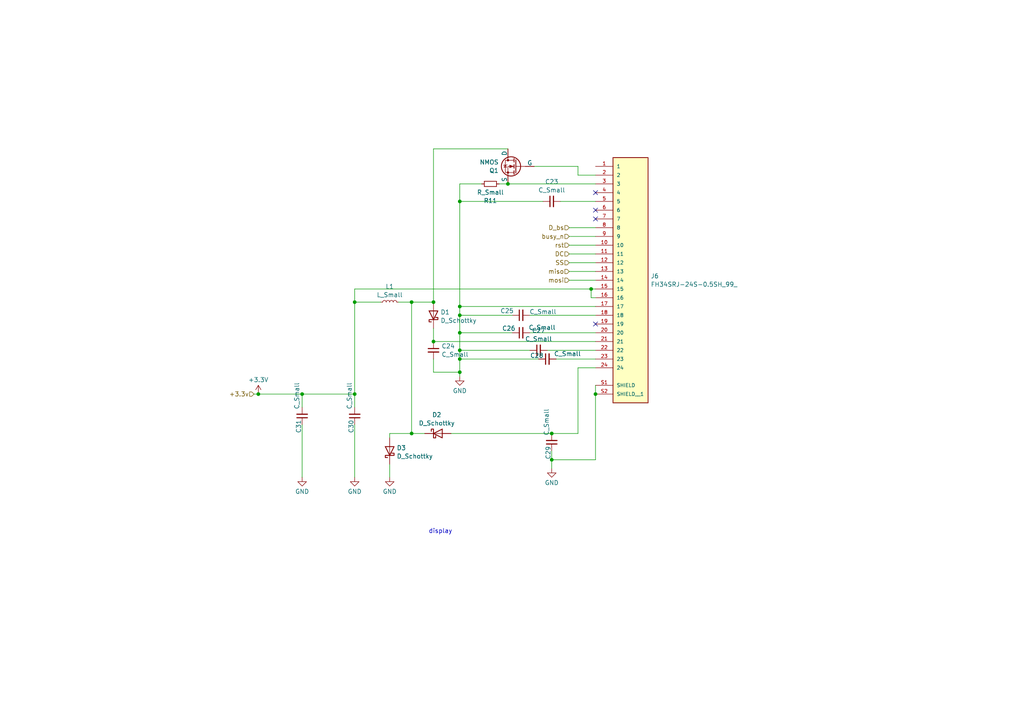
<source format=kicad_sch>
(kicad_sch (version 20231120) (generator "eeschema") (generator_version "8.0")
  (paper "A4")
  (title_block (company "Voltaworks"))
  (lib_symbols
    (symbol "Device:C_Small" (pin_numbers hide) (pin_names (offset 0.254) hide)
      (property "Reference" "C" (at 0.254 1.778 0))
      (property "Value" "C_Small" (at 0.254 -2.032 0))
      (symbol "C_Small_0_1"
        (polyline (pts (xy -1.524 -0.508) (xy 1.524 -0.508)) (stroke (width 0.3302)))
        (polyline (pts (xy -1.524 0.508) (xy 1.524 0.508)) (stroke (width 0.3048)))
      )
      (symbol "C_Small_1_1"
        (pin passive line (at 0 2.54 270) (length 2.032) (name "~") (number "1"))
        (pin passive line (at 0 -2.54 90) (length 2.032) (name "~") (number "2"))
      )
    )
    (symbol "Device:D_Schottky" (pin_numbers hide) (pin_names (offset 1.016) hide)
      (property "Reference" "D" (at 0 2.54 0))
      (property "Value" "D_Schottky" (at 0 -2.54 0))
      (symbol "D_Schottky_0_1"
        (polyline (pts (xy 1.27 0) (xy -1.27 0)))
        (polyline (pts (xy 1.27 1.27) (xy 1.27 -1.27) (xy -1.27 0) (xy 1.27 1.27)) (stroke (width 0.254)))
        (polyline (pts (xy -1.905 0.635) (xy -1.905 1.27) (xy -1.27 1.27) (xy -1.27 -1.27) (xy -0.635 -1.27) (xy -0.635 -0.635)) (stroke (width 0.254)))
      )
      (symbol "D_Schottky_1_1"
        (pin passive line (at -3.81 0 0) (length 2.54) (name "K") (number "1"))
        (pin passive line (at 3.81 0 180) (length 2.54) (name "A") (number "2"))
      )
    )
    (symbol "Device:L_Small" (pin_numbers hide) (pin_names (offset 0.254) hide)
      (property "Reference" "L" (at 0.762 1.016 0))
      (property "Value" "L_Small" (at 0.762 -1.016 0))
      (symbol "L_Small_0_1"
        (arc (start 0 -2.032) (mid 0.5058 -1.524) (end 0 -1.016))
        (arc (start 0 -1.016) (mid 0.5058 -0.508) (end 0 0))
        (arc (start 0 0) (mid 0.5058 0.508) (end 0 1.016))
        (arc (start 0 1.016) (mid 0.5058 1.524) (end 0 2.032))
      )
      (symbol "L_Small_1_1"
        (pin passive line (at 0 2.54 270) (length 0.508) (name "~") (number "1"))
        (pin passive line (at 0 -2.54 90) (length 0.508) (name "~") (number "2"))
      )
    )
    (symbol "Device:R_Small" (pin_numbers hide) (pin_names (offset 0.254) hide)
      (property "Reference" "R" (at 0.762 0.508 0))
      (property "Value" "R_Small" (at 0.762 -1.016 0))
      (symbol "R_Small_0_1"
        (rectangle (start -0.762 1.778) (end 0.762 -1.778) (stroke (width 0.2032)))
      )
      (symbol "R_Small_1_1"
        (pin passive line (at 0 2.54 270) (length 0.762) (name "~") (number "1"))
        (pin passive line (at 0 -2.54 90) (length 0.762) (name "~") (number "2"))
      )
    )
    (symbol "FH34SRJ-24S-0.5SH_99_:FH34SRJ-24S-0.5SH_99_" (pin_names (offset 1.016))
      (property "Reference" "J" (at -5.08 33.528 0))
      (property "Value" "FH34SRJ-24S-0.5SH_99_" (at -5.08 -40.64 0))
      (symbol "FH34SRJ-24S-0.5SH_99__0_0"
        (rectangle (start -5.08 -38.1) (end 5.08 33.02) (stroke (width 0.254)) (fill (type background)))
        (pin passive line (at -10.16 30.48 0) (length 5.08) (name "1") (number "1"))
        (pin passive line (at -10.16 7.62 0) (length 5.08) (name "10") (number "10"))
        (pin passive line (at -10.16 5.08 0) (length 5.08) (name "11") (number "11"))
        (pin passive line (at -10.16 2.54 0) (length 5.08) (name "12") (number "12"))
        (pin passive line (at -10.16 0 0) (length 5.08) (name "13") (number "13"))
        (pin passive line (at -10.16 -2.54 0) (length 5.08) (name "14") (number "14"))
        (pin passive line (at -10.16 -5.08 0) (length 5.08) (name "15") (number "15"))
        (pin passive line (at -10.16 -7.62 0) (length 5.08) (name "16") (number "16"))
        (pin passive line (at -10.16 -10.16 0) (length 5.08) (name "17") (number "17"))
        (pin passive line (at -10.16 -12.7 0) (length 5.08) (name "18") (number "18"))
        (pin passive line (at -10.16 -15.24 0) (length 5.08) (name "19") (number "19"))
        (pin passive line (at -10.16 27.94 0) (length 5.08) (name "2") (number "2"))
        (pin passive line (at -10.16 -17.78 0) (length 5.08) (name "20") (number "20"))
        (pin passive line (at -10.16 -20.32 0) (length 5.08) (name "21") (number "21"))
        (pin passive line (at -10.16 -22.86 0) (length 5.08) (name "22") (number "22"))
        (pin passive line (at -10.16 -25.4 0) (length 5.08) (name "23") (number "23"))
        (pin passive line (at -10.16 -27.94 0) (length 5.08) (name "24") (number "24"))
        (pin passive line (at -10.16 25.4 0) (length 5.08) (name "3") (number "3"))
        (pin passive line (at -10.16 22.86 0) (length 5.08) (name "4") (number "4"))
        (pin passive line (at -10.16 20.32 0) (length 5.08) (name "5") (number "5"))
        (pin passive line (at -10.16 17.78 0) (length 5.08) (name "6") (number "6"))
        (pin passive line (at -10.16 15.24 0) (length 5.08) (name "7") (number "7"))
        (pin passive line (at -10.16 12.7 0) (length 5.08) (name "8") (number "8"))
        (pin passive line (at -10.16 10.16 0) (length 5.08) (name "9") (number "9"))
        (pin passive line (at -10.16 -33.02 0) (length 5.08) (name "SHIELD") (number "S1"))
        (pin passive line (at -10.16 -35.56 0) (length 5.08) (name "SHIELD__1") (number "S2"))
      )
    )
    (symbol "Simulation_SPICE:NMOS" (pin_numbers hide) (pin_names (offset 0))
      (property "Reference" "Q" (at 5.08 1.27 0))
      (property "Value" "NMOS" (at 5.08 -1.27 0))
      (symbol "NMOS_0_1"
        (polyline (pts (xy 0.254 0) (xy -2.54 0)))
        (polyline (pts (xy 0.254 1.905) (xy 0.254 -1.905)) (stroke (width 0.254)))
        (polyline (pts (xy 0.762 -1.27) (xy 0.762 -2.286)) (stroke (width 0.254)))
        (polyline (pts (xy 0.762 0.508) (xy 0.762 -0.508)) (stroke (width 0.254)))
        (polyline (pts (xy 0.762 2.286) (xy 0.762 1.27)) (stroke (width 0.254)))
        (polyline (pts (xy 2.54 2.54) (xy 2.54 1.778)))
        (polyline (pts (xy 2.54 -2.54) (xy 2.54 0) (xy 0.762 0)))
        (polyline (pts (xy 0.762 -1.778) (xy 3.302 -1.778) (xy 3.302 1.778) (xy 0.762 1.778)))
        (polyline (pts (xy 1.016 0) (xy 2.032 0.381) (xy 2.032 -0.381) (xy 1.016 0)) (fill (type outline)))
        (polyline (pts (xy 2.794 0.508) (xy 2.921 0.381) (xy 3.683 0.381) (xy 3.81 0.254)))
        (polyline (pts (xy 3.302 0.381) (xy 2.921 -0.254) (xy 3.683 -0.254) (xy 3.302 0.381)))
        (circle (center 1.651 0) (radius 2.794) (stroke (width 0.254)))
        (circle (center 2.54 -1.778) (radius 0.254) (fill (type outline)))
        (circle (center 2.54 1.778) (radius 0.254) (fill (type outline)))
      )
      (symbol "NMOS_1_1"
        (pin passive line (at 2.54 5.08 270) (length 2.54) (name "D") (number "1"))
        (pin input line (at -5.08 0 0) (length 2.54) (name "G") (number "2"))
        (pin passive line (at 2.54 -5.08 90) (length 2.54) (name "S") (number "3"))
      )
    )
    (symbol "power:+3.3V" (power) (pin_numbers hide) (pin_names (offset 0) hide)
      (property "Value" "+3.3V" (at 0 3.556 0))
      (symbol "+3.3V_0_1"
        (polyline (pts (xy -0.762 1.27) (xy 0 2.54)))
        (polyline (pts (xy 0 0) (xy 0 2.54)))
        (polyline (pts (xy 0 2.54) (xy 0.762 1.27)))
      )
      (symbol "+3.3V_1_1"
        (pin power_in line (at 0 0 90) (length 0) (name "~") (number "1"))
      )
    )
    (symbol "power:GND" (power) (pin_numbers hide) (pin_names (offset 0) hide)
      (property "Value" "GND" (at 0 -3.81 0))
      (symbol "GND_0_1"
        (polyline (pts (xy 0 0) (xy 0 -1.27) (xy 1.27 -1.27) (xy 0 -2.54) (xy -1.27 -1.27) (xy 0 -1.27)))
      )
      (symbol "GND_1_1"
        (pin power_in line (at 0 0 270) (length 0) (name "~") (number "1"))
      )
    )
  )
  (junction (at 125.73 99.06))
  (junction (at 74.93 114.3))
  (junction (at 119.38 125.73))
  (junction (at 147.32 53.34))
  (junction (at 102.87 114.3))
  (junction (at 133.35 91.44))
  (junction (at 133.35 101.6))
  (junction (at 171.45 83.82))
  (junction (at 87.63 114.3))
  (junction (at 133.35 58.42))
  (junction (at 102.87 87.63))
  (junction (at 160.02 125.73))
  (junction (at 125.73 87.63))
  (junction (at 133.35 107.95))
  (junction (at 133.35 104.14))
  (junction (at 133.35 88.9))
  (junction (at 172.72 114.3))
  (junction (at 119.38 87.63))
  (junction (at 160.02 133.35))
  (junction (at 133.35 96.52))
  (no_connect (at 172.72 93.98))
  (no_connect (at 172.72 63.5))
  (no_connect (at 172.72 60.96))
  (no_connect (at 172.72 55.88))
  (wire (pts (xy 73.66 114.3) (xy 74.93 114.3)))
  (wire (pts (xy 133.35 88.9) (xy 133.35 91.44)))
  (wire (pts (xy 171.45 83.82) (xy 171.45 86.36)))
  (wire (pts (xy 133.35 96.52) (xy 148.59 96.52)))
  (wire (pts (xy 153.67 91.44) (xy 172.72 91.44)))
  (wire (pts (xy 167.64 48.26) (xy 167.64 50.8)))
  (wire (pts (xy 167.64 106.68) (xy 167.64 125.73)))
  (wire (pts (xy 87.63 123.19) (xy 87.63 138.43)))
  (wire (pts (xy 165.1 78.74) (xy 172.72 78.74)))
  (wire (pts (xy 160.02 130.81) (xy 160.02 133.35)))
  (wire (pts (xy 125.73 104.14) (xy 125.73 107.95)))
  (wire (pts (xy 102.87 87.63) (xy 110.49 87.63)))
  (wire (pts (xy 147.32 53.34) (xy 172.72 53.34)))
  (wire (pts (xy 133.35 96.52) (xy 133.35 101.6)))
  (wire (pts (xy 125.73 99.06) (xy 172.72 99.06)))
  (wire (pts (xy 125.73 107.95) (xy 133.35 107.95)))
  (wire (pts (xy 87.63 114.3) (xy 87.63 118.11)))
  (wire (pts (xy 133.35 58.42) (xy 133.35 88.9)))
  (wire (pts (xy 153.67 96.52) (xy 172.72 96.52)))
  (wire (pts (xy 154.94 48.26) (xy 167.64 48.26)))
  (wire (pts (xy 172.72 133.35) (xy 160.02 133.35)))
  (wire (pts (xy 119.38 87.63) (xy 119.38 125.73)))
  (wire (pts (xy 102.87 114.3) (xy 102.87 118.11)))
  (wire (pts (xy 165.1 81.28) (xy 172.72 81.28)))
  (wire (pts (xy 160.02 125.73) (xy 167.64 125.73)))
  (wire (pts (xy 144.78 53.34) (xy 147.32 53.34)))
  (wire (pts (xy 133.35 91.44) (xy 133.35 96.52)))
  (wire (pts (xy 102.87 83.82) (xy 102.87 87.63)))
  (wire (pts (xy 167.64 50.8) (xy 172.72 50.8)))
  (wire (pts (xy 102.87 123.19) (xy 102.87 138.43)))
  (wire (pts (xy 130.81 125.73) (xy 160.02 125.73)))
  (wire (pts (xy 125.73 95.25) (xy 125.73 99.06)))
  (wire (pts (xy 172.72 111.76) (xy 172.72 114.3)))
  (wire (pts (xy 119.38 125.73) (xy 113.03 125.73)))
  (wire (pts (xy 133.35 104.14) (xy 133.35 107.95)))
  (wire (pts (xy 160.02 133.35) (xy 160.02 135.89)))
  (wire (pts (xy 172.72 114.3) (xy 172.72 133.35)))
  (wire (pts (xy 161.29 104.14) (xy 172.72 104.14)))
  (wire (pts (xy 133.35 58.42) (xy 157.48 58.42)))
  (wire (pts (xy 133.35 104.14) (xy 156.21 104.14)))
  (wire (pts (xy 167.64 106.68) (xy 172.72 106.68)))
  (wire (pts (xy 133.35 88.9) (xy 172.72 88.9)))
  (wire (pts (xy 139.7 53.34) (xy 133.35 53.34)))
  (wire (pts (xy 74.93 114.3) (xy 87.63 114.3)))
  (wire (pts (xy 158.75 101.6) (xy 172.72 101.6)))
  (wire (pts (xy 165.1 76.2) (xy 172.72 76.2)))
  (wire (pts (xy 165.1 71.12) (xy 172.72 71.12)))
  (wire (pts (xy 113.03 125.73) (xy 113.03 127)))
  (wire (pts (xy 119.38 87.63) (xy 125.73 87.63)))
  (wire (pts (xy 165.1 68.58) (xy 172.72 68.58)))
  (wire (pts (xy 171.45 83.82) (xy 172.72 83.82)))
  (wire (pts (xy 133.35 91.44) (xy 148.59 91.44)))
  (wire (pts (xy 123.19 125.73) (xy 119.38 125.73)))
  (wire (pts (xy 133.35 107.95) (xy 133.35 109.22)))
  (wire (pts (xy 147.32 43.18) (xy 125.73 43.18)))
  (wire (pts (xy 115.57 87.63) (xy 119.38 87.63)))
  (wire (pts (xy 87.63 114.3) (xy 102.87 114.3)))
  (wire (pts (xy 102.87 87.63) (xy 102.87 114.3)))
  (wire (pts (xy 165.1 73.66) (xy 172.72 73.66)))
  (wire (pts (xy 125.73 43.18) (xy 125.73 87.63)))
  (wire (pts (xy 113.03 134.62) (xy 113.03 138.43)))
  (wire (pts (xy 102.87 83.82) (xy 171.45 83.82)))
  (wire (pts (xy 133.35 101.6) (xy 133.35 104.14)))
  (wire (pts (xy 133.35 101.6) (xy 153.67 101.6)))
  (wire (pts (xy 162.56 58.42) (xy 172.72 58.42)))
  (wire (pts (xy 171.45 86.36) (xy 172.72 86.36)))
  (wire (pts (xy 133.35 53.34) (xy 133.35 58.42)))
  (wire (pts (xy 165.1 66.04) (xy 172.72 66.04)))
  (text "display\n" (at 127.762 154.178 0) (effects (font (size 1.27 1.27))))
  (hierarchical_label "miso" (shape input) (at 165.1 78.74 180))
  (hierarchical_label "busy_n" (shape input) (at 165.1 68.58 180))
  (hierarchical_label "SS" (shape input) (at 165.1 76.2 180))
  (hierarchical_label "DC" (shape input) (at 165.1 73.66 180))
  (hierarchical_label "rst" (shape input) (at 165.1 71.12 180))
  (hierarchical_label "D_bs" (shape input) (at 165.1 66.04 180))
  (hierarchical_label "mosi" (shape input) (at 165.1 81.28 180))
  (hierarchical_label "+3.3v" (shape input) (at 73.66 114.3 180))
  (symbol (lib_id "Device:D_Schottky") (at 113.03 130.81 90) (unit 1)
    (property "Reference" "D3" (at 115.062 129.9153 90) (effects (justify right)))
    (property "Value" "D_Schottky" (at 115.062 132.3396 90) (effects (justify right)))
    (property "Description" "Schottky diode" (effects (hide yes)))
  )
  (symbol (lib_id "Device:D_Schottky") (at 125.73 91.44 90) (unit 1)
    (property "Reference" "D1" (at 127.762 90.5453 90) (effects (justify right)))
    (property "Value" "D_Schottky" (at 127.762 92.9696 90) (effects (justify right)))
    (property "Description" "Schottky diode" (effects (hide yes)))
  )
  (symbol (lib_id "power:+3.3V") (at 74.93 114.3 0) (unit 1)
    (property "Reference" "#PWR035" (effects (hide yes)))
    (property "Value" "+3.3V" (at 74.93 110.1669 0))
    (property "Description" "Power symbol creates a global label with name \"+3.3V\"" (effects (hide yes)))
  )
  (symbol (lib_id "power:GND") (at 113.03 138.43 0) (unit 1)
    (property "Reference" "#PWR038" (effects (hide yes)))
    (property "Value" "GND" (at 113.03 142.5631 0))
    (property "Description" "Power symbol creates a global label with name \"GND\" , ground" (effects (hide yes)))
  )
  (symbol (lib_id "Device:C_Small") (at 151.13 96.52 90) (mirror x) (unit 1)
    (property "Reference" "C26" (at 147.574 95.25 90))
    (property "Value" "C_Small" (at 157.226 94.996 90))
    (property "Description" "Unpolarized capacitor, small symbol" (effects (hide yes)))
  )
  (symbol (lib_id "Simulation_SPICE:NMOS") (at 149.86 48.26 0) (mirror y) (unit 1)
    (property "Reference" "Q1" (at 144.6531 49.4722 0) (effects (justify left)))
    (property "Value" "NMOS" (at 144.6531 47.0479 0) (effects (justify left)))
    (property "Datasheet" "https://ngspice.sourceforge.io/docs/ngspice-html-manual/manual.xhtml#cha_MOSFETs" (effects (hide yes)))
    (property "Description" "N-MOSFET transistor, drain/source/gate" (effects (hide yes)))
    (property "Sim.Device" "NMOS" (effects (hide yes)))
    (property "Sim.Type" "VDMOS" (effects (hide yes)))
    (property "Sim.Pins" "1=D 2=G 3=S" (effects (hide yes)))
  )
  (symbol (lib_id "power:GND") (at 102.87 138.43 0) (unit 1)
    (property "Reference" "#PWR037" (effects (hide yes)))
    (property "Value" "GND" (at 102.87 142.5631 0))
    (property "Description" "Power symbol creates a global label with name \"GND\" , ground" (effects (hide yes)))
  )
  (symbol (lib_id "FH34SRJ-24S-0.5SH_99_:FH34SRJ-24S-0.5SH_99_") (at 182.88 78.74 0) (unit 1)
    (property "Reference" "J6" (at 188.722 80.0678 0) (effects (justify left)))
    (property "Value" "FH34SRJ-24S-0.5SH_99_" (at 188.722 82.4921 0) (effects (justify left)))
    (property "Footprint" "FH34SRJ-24S-0.5SH_99_:HRS_FH34SRJ-24S-0.5SH_99_" (effects (hide yes)))
    (property "PARTREV" "NA" (effects (hide yes)))
    (property "STANDARD" "Manufacturer Recommendations" (effects (hide yes)))
    (property "MAXIMUM_PACKAGE_HEIGHT" "1.75mm" (effects (hide yes)))
    (property "MANUFACTURER" "HIROSE ELECTRIC" (effects (hide yes)))
  )
  (symbol (lib_id "Device:C_Small") (at 160.02 128.27 180) (unit 1)
    (property "Reference" "C29" (at 159.004 131.318 90))
    (property "Value" "C_Small" (at 158.496 122.428 90))
    (property "Description" "Unpolarized capacitor, small symbol" (effects (hide yes)))
  )
  (symbol (lib_id "power:GND") (at 160.02 135.89 0) (unit 1)
    (property "Reference" "#PWR034" (effects (hide yes)))
    (property "Value" "GND" (at 160.02 140.0231 0))
    (property "Description" "Power symbol creates a global label with name \"GND\" , ground" (effects (hide yes)))
  )
  (symbol (lib_id "power:GND") (at 87.63 138.43 0) (unit 1)
    (property "Reference" "#PWR036" (effects (hide yes)))
    (property "Value" "GND" (at 87.63 142.5631 0))
    (property "Description" "Power symbol creates a global label with name \"GND\" , ground" (effects (hide yes)))
  )
  (symbol (lib_id "Device:C_Small") (at 158.75 104.14 90) (unit 1)
    (property "Reference" "C28" (at 155.702 103.124 90))
    (property "Value" "C_Small" (at 164.592 102.616 90))
    (property "Description" "Unpolarized capacitor, small symbol" (effects (hide yes)))
  )
  (symbol (lib_id "Device:C_Small") (at 151.13 91.44 90) (unit 1)
    (property "Reference" "C25" (at 147.066 90.17 90))
    (property "Value" "C_Small" (at 157.48 90.424 90))
    (property "Description" "Unpolarized capacitor, small symbol" (effects (hide yes)))
  )
  (symbol (lib_id "Device:C_Small") (at 102.87 120.65 180) (unit 1)
    (property "Reference" "C30" (at 101.854 123.698 90))
    (property "Value" "C_Small" (at 101.346 114.808 90))
    (property "Description" "Unpolarized capacitor, small symbol" (effects (hide yes)))
  )
  (symbol (lib_id "Device:C_Small") (at 125.73 101.6 0) (unit 1)
    (property "Reference" "C24" (at 128.0541 100.3941 0) (effects (justify left)))
    (property "Value" "C_Small" (at 128.0541 102.8184 0) (effects (justify left)))
    (property "Description" "Unpolarized capacitor, small symbol" (effects (hide yes)))
  )
  (symbol (lib_id "Device:C_Small") (at 160.02 58.42 90) (unit 1)
    (property "Reference" "C23" (at 160.0263 52.7134 90))
    (property "Value" "C_Small" (at 160.0263 55.1377 90))
    (property "Description" "Unpolarized capacitor, small symbol" (effects (hide yes)))
  )
  (symbol (lib_id "Device:L_Small") (at 113.03 87.63 90) (unit 1)
    (property "Reference" "L1" (at 113.03 83.1067 90))
    (property "Value" "L_Small" (at 113.03 85.531 90))
    (property "Description" "Inductor, small symbol" (effects (hide yes)))
  )
  (symbol (lib_id "power:GND") (at 133.35 109.22 0) (unit 1)
    (property "Reference" "#PWR033" (effects (hide yes)))
    (property "Value" "GND" (at 133.35 113.3531 0))
    (property "Description" "Power symbol creates a global label with name \"GND\" , ground" (effects (hide yes)))
  )
  (symbol (lib_id "Device:C_Small") (at 87.63 120.65 180) (unit 1)
    (property "Reference" "C31" (at 86.614 123.698 90))
    (property "Value" "C_Small" (at 86.106 114.808 90))
    (property "Description" "Unpolarized capacitor, small symbol" (effects (hide yes)))
  )
  (symbol (lib_id "Device:R_Small") (at 142.24 53.34 90) (mirror x) (unit 1)
    (property "Reference" "R11" (at 142.24 58.2211 90))
    (property "Value" "R_Small" (at 142.24 55.7968 90))
    (property "Description" "Resistor, small symbol" (effects (hide yes)))
  )
  (symbol (lib_id "Device:C_Small") (at 156.21 101.6 90) (unit 1)
    (property "Reference" "C27" (at 156.2163 95.8934 90))
    (property "Value" "C_Small" (at 156.2163 98.3177 90))
    (property "Description" "Unpolarized capacitor, small symbol" (effects (hide yes)))
  )
  (symbol (lib_id "Device:D_Schottky") (at 127 125.73 0) (unit 1)
    (property "Reference" "D2" (at 126.6825 120.3155 0))
    (property "Value" "D_Schottky" (at 126.6825 122.7398 0))
    (property "Description" "Schottky diode" (effects (hide yes)))
  )
)
</source>
